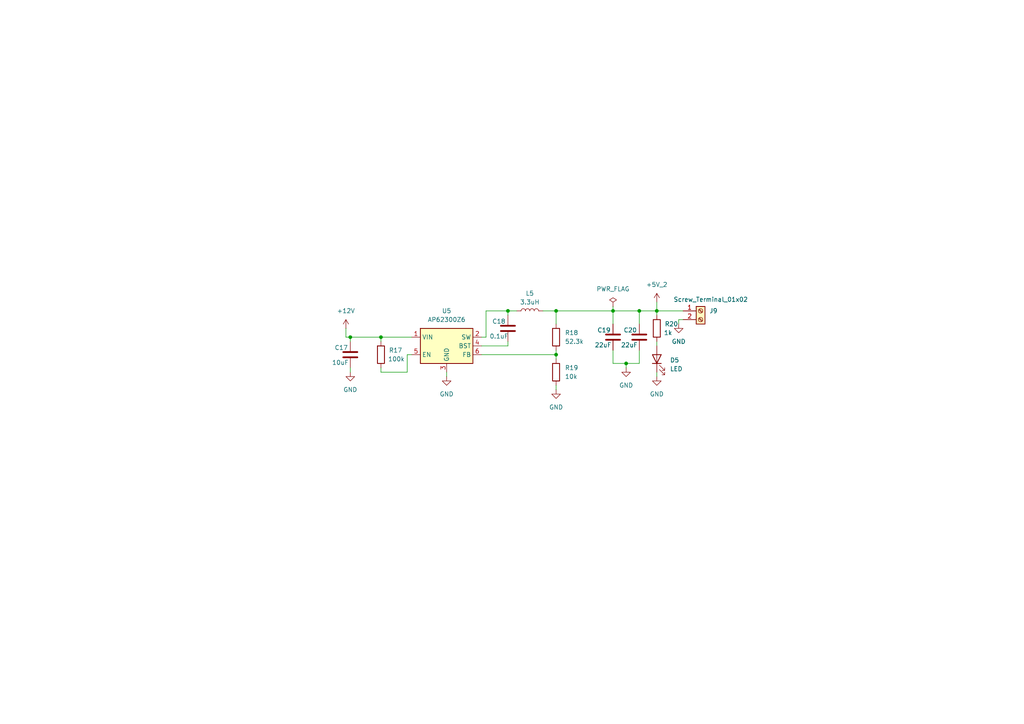
<source format=kicad_sch>
(kicad_sch (version 20231120) (generator "eeschema") (generator_version "8.0")
  (paper "A4")
  (lib_symbols
    (symbol "Connector:Screw_Terminal_01x02" (pin_names (offset 1.016) hide)
      (property "Reference" "J" (at 0 2.54 0))
      (property "Value" "Screw_Terminal_01x02" (at 0 -5.08 0))
      (symbol "Screw_Terminal_01x02_1_1"
        (rectangle (start -1.27 1.27) (end 1.27 -3.81) (stroke (width 0.254)) (fill (type background)))
        (circle (center 0 -2.54) (radius 0.635) (stroke (width 0.1524)))
        (polyline (pts (xy -0.5334 -2.2098) (xy 0.3302 -3.048)) (stroke (width 0.1524)))
        (polyline (pts (xy -0.5334 0.3302) (xy 0.3302 -0.508)) (stroke (width 0.1524)))
        (polyline (pts (xy -0.3556 -2.032) (xy 0.508 -2.8702)) (stroke (width 0.1524)))
        (polyline (pts (xy -0.3556 0.508) (xy 0.508 -0.3302)) (stroke (width 0.1524)))
        (circle (center 0 0) (radius 0.635) (stroke (width 0.1524)))
        (pin passive line (at -5.08 0 0) (length 3.81) (name "Pin_1") (number "1"))
        (pin passive line (at -5.08 -2.54 0) (length 3.81) (name "Pin_2") (number "2"))
      )
    )
    (symbol "Device:C" (pin_numbers hide) (pin_names (offset 0.254))
      (property "Reference" "C" (at 0.635 2.54 0))
      (property "Value" "C" (at 0.635 -2.54 0))
      (symbol "C_0_1"
        (polyline (pts (xy -2.032 -0.762) (xy 2.032 -0.762)) (stroke (width 0.508)))
        (polyline (pts (xy -2.032 0.762) (xy 2.032 0.762)) (stroke (width 0.508)))
      )
      (symbol "C_1_1"
        (pin passive line (at 0 3.81 270) (length 2.794) (name "~") (number "1"))
        (pin passive line (at 0 -3.81 90) (length 2.794) (name "~") (number "2"))
      )
    )
    (symbol "Device:L" (pin_numbers hide) (pin_names (offset 1.016) hide)
      (property "Reference" "L" (at -1.27 0 90))
      (property "Value" "L" (at 1.905 0 90))
      (symbol "L_0_1"
        (arc (start 0 -2.54) (mid 0.6323 -1.905) (end 0 -1.27))
        (arc (start 0 -1.27) (mid 0.6323 -0.635) (end 0 0))
        (arc (start 0 0) (mid 0.6323 0.635) (end 0 1.27))
        (arc (start 0 1.27) (mid 0.6323 1.905) (end 0 2.54))
      )
      (symbol "L_1_1"
        (pin passive line (at 0 3.81 270) (length 1.27) (name "1") (number "1"))
        (pin passive line (at 0 -3.81 90) (length 1.27) (name "2") (number "2"))
      )
    )
    (symbol "Device:LED" (pin_numbers hide) (pin_names (offset 1.016) hide)
      (property "Reference" "D" (at 0 2.54 0))
      (property "Value" "LED" (at 0 -2.54 0))
      (symbol "LED_0_1"
        (polyline (pts (xy -1.27 -1.27) (xy -1.27 1.27)) (stroke (width 0.254)))
        (polyline (pts (xy -1.27 0) (xy 1.27 0)))
        (polyline (pts (xy 1.27 -1.27) (xy 1.27 1.27) (xy -1.27 0) (xy 1.27 -1.27)) (stroke (width 0.254)))
        (polyline (pts (xy -3.048 -0.762) (xy -4.572 -2.286) (xy -3.81 -2.286) (xy -4.572 -2.286) (xy -4.572 -1.524)))
        (polyline (pts (xy -1.778 -0.762) (xy -3.302 -2.286) (xy -2.54 -2.286) (xy -3.302 -2.286) (xy -3.302 -1.524)))
      )
      (symbol "LED_1_1"
        (pin passive line (at -3.81 0 0) (length 2.54) (name "K") (number "1"))
        (pin passive line (at 3.81 0 180) (length 2.54) (name "A") (number "2"))
      )
    )
    (symbol "Device:R" (pin_numbers hide) (pin_names (offset 0))
      (property "Reference" "R" (at 2.032 0 90))
      (property "Value" "R" (at 0 0 90))
      (symbol "R_0_1"
        (rectangle (start -1.016 -2.54) (end 1.016 2.54) (stroke (width 0.254)))
      )
      (symbol "R_1_1"
        (pin passive line (at 0 3.81 270) (length 1.27) (name "~") (number "1"))
        (pin passive line (at 0 -3.81 90) (length 1.27) (name "~") (number "2"))
      )
    )
    (symbol "Regulator_Switching:AP62300Z6"
      (property "Reference" "U" (at -7.62 6.35 0))
      (property "Value" "AP62300Z6" (at 6.35 -6.35 0))
      (symbol "AP62300Z6_0_1"
        (rectangle (start -7.62 5.08) (end 7.62 -5.08) (stroke (width 0.254)) (fill (type background)))
      )
      (symbol "AP62300Z6_1_1"
        (pin power_in line (at -10.16 2.54 0) (length 2.54) (name "VIN") (number "1"))
        (pin output line (at 10.16 2.54 180) (length 2.54) (name "SW") (number "2"))
        (pin power_in line (at 0 -7.62 90) (length 2.54) (name "GND") (number "3"))
        (pin passive line (at 10.16 0 180) (length 2.54) (name "BST") (number "4"))
        (pin input line (at -10.16 -2.54 0) (length 2.54) (name "EN") (number "5"))
        (pin input line (at 10.16 -2.54 180) (length 2.54) (name "FB") (number "6"))
      )
    )
    (symbol "power:+12V" (power) (pin_numbers hide) (pin_names (offset 0) hide)
      (property "Value" "+12V" (at 0 3.556 0))
      (symbol "+12V_0_1"
        (polyline (pts (xy -0.762 1.27) (xy 0 2.54)))
        (polyline (pts (xy 0 0) (xy 0 2.54)))
        (polyline (pts (xy 0 2.54) (xy 0.762 1.27)))
      )
      (symbol "+12V_1_1"
        (pin power_in line (at 0 0 90) (length 0) (name "~") (number "1"))
      )
    )
    (symbol "power:+5V" (power) (pin_numbers hide) (pin_names (offset 0) hide)
      (property "Value" "+5V" (at 0 3.556 0))
      (symbol "+5V_0_1"
        (polyline (pts (xy -0.762 1.27) (xy 0 2.54)))
        (polyline (pts (xy 0 0) (xy 0 2.54)))
        (polyline (pts (xy 0 2.54) (xy 0.762 1.27)))
      )
      (symbol "+5V_1_1"
        (pin power_in line (at 0 0 90) (length 0) (name "~") (number "1"))
      )
    )
    (symbol "power:GND" (power) (pin_numbers hide) (pin_names (offset 0) hide)
      (property "Value" "GND" (at 0 -3.81 0))
      (symbol "GND_0_1"
        (polyline (pts (xy 0 0) (xy 0 -1.27) (xy 1.27 -1.27) (xy 0 -2.54) (xy -1.27 -1.27) (xy 0 -1.27)))
      )
      (symbol "GND_1_1"
        (pin power_in line (at 0 0 270) (length 0) (name "~") (number "1"))
      )
    )
    (symbol "power:PWR_FLAG" (power) (pin_numbers hide) (pin_names (offset 0) hide)
      (property "Value" "PWR_FLAG" (at 0 3.81 0))
      (symbol "PWR_FLAG_0_0"
        (pin power_out line (at 0 0 90) (length 0) (name "~") (number "1"))
      )
      (symbol "PWR_FLAG_0_1"
        (polyline (pts (xy 0 0) (xy 0 1.27) (xy -1.016 1.905) (xy 0 2.54) (xy 1.016 1.905) (xy 0 1.27)))
      )
    )
  )
  (junction (at 110.49 97.79))
  (junction (at 177.8 90.17))
  (junction (at 101.6 97.79))
  (junction (at 161.29 102.87))
  (junction (at 190.5 90.17))
  (junction (at 185.42 90.17))
  (junction (at 161.29 90.17))
  (junction (at 181.61 105.41))
  (junction (at 147.32 90.17))
  (wire (pts (xy 139.7 97.79) (xy 140.97 97.79)))
  (wire (pts (xy 157.48 90.17) (xy 161.29 90.17)))
  (wire (pts (xy 140.97 97.79) (xy 140.97 90.17)))
  (wire (pts (xy 177.8 101.6) (xy 177.8 105.41)))
  (wire (pts (xy 140.97 90.17) (xy 147.32 90.17)))
  (wire (pts (xy 129.54 107.95) (xy 129.54 109.22)))
  (wire (pts (xy 185.42 90.17) (xy 190.5 90.17)))
  (wire (pts (xy 177.8 90.17) (xy 177.8 93.98)))
  (wire (pts (xy 190.5 99.06) (xy 190.5 100.33)))
  (wire (pts (xy 110.49 97.79) (xy 110.49 99.06)))
  (wire (pts (xy 181.61 105.41) (xy 185.42 105.41)))
  (wire (pts (xy 190.5 91.44) (xy 190.5 90.17)))
  (wire (pts (xy 161.29 90.17) (xy 161.29 93.98)))
  (wire (pts (xy 177.8 90.17) (xy 185.42 90.17)))
  (wire (pts (xy 100.33 95.25) (xy 100.33 97.79)))
  (wire (pts (xy 101.6 97.79) (xy 110.49 97.79)))
  (wire (pts (xy 161.29 111.76) (xy 161.29 113.03)))
  (wire (pts (xy 161.29 90.17) (xy 177.8 90.17)))
  (wire (pts (xy 181.61 105.41) (xy 181.61 106.68)))
  (wire (pts (xy 139.7 100.33) (xy 147.32 100.33)))
  (wire (pts (xy 185.42 90.17) (xy 185.42 93.98)))
  (wire (pts (xy 110.49 107.95) (xy 118.11 107.95)))
  (wire (pts (xy 101.6 99.06) (xy 101.6 97.79)))
  (wire (pts (xy 110.49 106.68) (xy 110.49 107.95)))
  (wire (pts (xy 118.11 102.87) (xy 119.38 102.87)))
  (wire (pts (xy 110.49 97.79) (xy 119.38 97.79)))
  (wire (pts (xy 185.42 101.6) (xy 185.42 105.41)))
  (wire (pts (xy 190.5 87.63) (xy 190.5 90.17)))
  (wire (pts (xy 177.8 105.41) (xy 181.61 105.41)))
  (wire (pts (xy 177.8 88.9) (xy 177.8 90.17)))
  (wire (pts (xy 147.32 90.17) (xy 147.32 91.44)))
  (wire (pts (xy 196.85 92.71) (xy 196.85 93.98)))
  (wire (pts (xy 190.5 90.17) (xy 198.12 90.17)))
  (wire (pts (xy 139.7 102.87) (xy 161.29 102.87)))
  (wire (pts (xy 100.33 97.79) (xy 101.6 97.79)))
  (wire (pts (xy 161.29 101.6) (xy 161.29 102.87)))
  (wire (pts (xy 198.12 92.71) (xy 196.85 92.71)))
  (wire (pts (xy 147.32 90.17) (xy 149.86 90.17)))
  (wire (pts (xy 190.5 107.95) (xy 190.5 109.22)))
  (wire (pts (xy 147.32 100.33) (xy 147.32 99.06)))
  (wire (pts (xy 118.11 107.95) (xy 118.11 102.87)))
  (wire (pts (xy 101.6 106.68) (xy 101.6 107.95)))
  (wire (pts (xy 161.29 102.87) (xy 161.29 104.14)))
  (symbol (lib_id "Device:R") (at 110.49 102.87 0) (unit 1)
    (property "Reference" "R17" (at 112.776 101.6 0) (effects (justify left)))
    (property "Value" "100k" (at 112.522 104.14 0) (effects (justify left)))
    (property "Footprint" "Resistor_SMD:R_0603_1608Metric" (effects (hide yes)))
    (property "Description" "Resistor" (effects (hide yes)))
  )
  (symbol (lib_id "Device:R") (at 190.5 95.25 0) (unit 1)
    (property "Reference" "R20" (at 192.786 93.98 0) (effects (justify left)))
    (property "Value" "1k" (at 192.532 96.52 0) (effects (justify left)))
    (property "Footprint" "Resistor_SMD:R_0603_1608Metric" (effects (hide yes)))
    (property "Description" "Resistor" (effects (hide yes)))
  )
  (symbol (lib_id "power:GND") (at 181.61 106.68 0) (unit 1)
    (property "Reference" "#PWR045" (effects (hide yes)))
    (property "Value" "GND" (at 181.61 111.76 0))
    (property "Description" "Power symbol creates a global label with name \"GND\" , ground" (effects (hide yes)))
  )
  (symbol (lib_id "power:+5V") (at 190.5 87.63 0) (unit 1)
    (property "Reference" "#PWR046" (effects (hide yes)))
    (property "Value" "+5V_2" (at 190.5 82.55 0))
    (property "Description" "Power symbol creates a global label with name \"+5V\"" (effects (hide yes)))
  )
  (symbol (lib_id "Device:C") (at 101.6 102.87 0) (unit 1)
    (property "Reference" "C17" (at 97.028 100.838 0) (effects (justify left)))
    (property "Value" "10uF" (at 96.266 105.156 0) (effects (justify left)))
    (property "Footprint" "Capacitor_SMD:C_1206_3216Metric" (effects (hide yes)))
    (property "Description" "Unpolarized capacitor" (effects (hide yes)))
  )
  (symbol (lib_id "Regulator_Switching:AP62300Z6") (at 129.54 100.33 0) (unit 1)
    (property "Reference" "U5" (at 129.54 90.17 0))
    (property "Value" "AP62300Z6" (at 129.54 92.71 0))
    (property "Footprint" "Package_TO_SOT_SMD:SOT-563" (effects (hide yes)))
    (property "Datasheet" "https://www.diodes.com/assets/Datasheets/AP62300_AP62301_AP62300T.pdf" (effects (hide yes)))
    (property "Description" "3A, 1.3MHz Buck DC/DC Converter, adjustable output voltage, SOT-563" (effects (hide yes)))
  )
  (symbol (lib_id "power:GND") (at 190.5 109.22 0) (unit 1)
    (property "Reference" "#PWR047" (effects (hide yes)))
    (property "Value" "GND" (at 190.5 114.3 0))
    (property "Description" "Power symbol creates a global label with name \"GND\" , ground" (effects (hide yes)))
  )
  (symbol (lib_id "Device:C") (at 185.42 97.79 0) (unit 1)
    (property "Reference" "C20" (at 180.848 95.758 0) (effects (justify left)))
    (property "Value" "22uF" (at 180.086 100.076 0) (effects (justify left)))
    (property "Footprint" "Capacitor_SMD:C_1206_3216Metric" (effects (hide yes)))
    (property "Description" "Unpolarized capacitor" (effects (hide yes)))
  )
  (symbol (lib_id "power:GND") (at 196.85 93.98 0) (unit 1)
    (property "Reference" "#PWR048" (effects (hide yes)))
    (property "Value" "GND" (at 196.85 99.06 0))
    (property "Description" "Power symbol creates a global label with name \"GND\" , ground" (effects (hide yes)))
  )
  (symbol (lib_id "Connector:Screw_Terminal_01x02") (at 203.2 90.17 0) (unit 1)
    (property "Reference" "J9" (at 205.74 90.1699 0) (effects (justify left)))
    (property "Value" "Screw_Terminal_01x02" (at 195.326 86.868 0) (effects (justify left)))
    (property "Footprint" "TerminalBlock_4Ucon:TerminalBlock_4Ucon_1x02_P3.50mm_Vertical" (effects (hide yes)))
    (property "Description" "Generic screw terminal, single row, 01x02, script generated (kicad-library-utils/schlib/autogen/connector/)" (effects (hide yes)))
  )
  (symbol (lib_id "Device:C") (at 147.32 95.25 0) (unit 1)
    (property "Reference" "C18" (at 142.748 93.218 0) (effects (justify left)))
    (property "Value" "0.1uF" (at 141.986 97.536 0) (effects (justify left)))
    (property "Footprint" "Capacitor_SMD:C_0603_1608Metric" (effects (hide yes)))
    (property "Description" "Unpolarized capacitor" (effects (hide yes)))
  )
  (symbol (lib_id "Device:C") (at 177.8 97.79 0) (unit 1)
    (property "Reference" "C19" (at 173.228 95.758 0) (effects (justify left)))
    (property "Value" "22uF" (at 172.466 100.076 0) (effects (justify left)))
    (property "Footprint" "Capacitor_SMD:C_1206_3216Metric" (effects (hide yes)))
    (property "Description" "Unpolarized capacitor" (effects (hide yes)))
  )
  (symbol (lib_id "power:GND") (at 161.29 113.03 0) (unit 1)
    (property "Reference" "#PWR044" (effects (hide yes)))
    (property "Value" "GND" (at 161.29 118.11 0))
    (property "Description" "Power symbol creates a global label with name \"GND\" , ground" (effects (hide yes)))
  )
  (symbol (lib_id "Device:R") (at 161.29 107.95 0) (unit 1)
    (property "Reference" "R19" (at 163.83 106.6799 0) (effects (justify left)))
    (property "Value" "10k" (at 163.83 109.2199 0) (effects (justify left)))
    (property "Footprint" "Resistor_SMD:R_0603_1608Metric" (effects (hide yes)))
    (property "Description" "Resistor" (effects (hide yes)))
  )
  (symbol (lib_id "power:GND") (at 101.6 107.95 0) (unit 1)
    (property "Reference" "#PWR042" (effects (hide yes)))
    (property "Value" "GND" (at 101.6 113.03 0))
    (property "Description" "Power symbol creates a global label with name \"GND\" , ground" (effects (hide yes)))
  )
  (symbol (lib_id "Device:L") (at 153.67 90.17 90) (unit 1)
    (property "Reference" "L5" (at 153.67 85.09 90))
    (property "Value" "3.3uH" (at 153.67 87.63 90))
    (property "Footprint" "Inductor_SMD:L_TDK_VLS6045EX_VLS6045AF" (effects (hide yes)))
    (property "Description" "Inductor" (effects (hide yes)))
  )
  (symbol (lib_id "Device:R") (at 161.29 97.79 0) (unit 1)
    (property "Reference" "R18" (at 163.83 96.5199 0) (effects (justify left)))
    (property "Value" "52.3k" (at 163.83 99.0599 0) (effects (justify left)))
    (property "Footprint" "Resistor_SMD:R_0603_1608Metric" (effects (hide yes)))
    (property "Description" "Resistor" (effects (hide yes)))
  )
  (symbol (lib_id "power:+12V") (at 100.33 95.25 0) (unit 1)
    (property "Reference" "#PWR041" (effects (hide yes)))
    (property "Value" "+12V" (at 100.33 90.17 0))
    (property "Description" "Power symbol creates a global label with name \"+12V\"" (effects (hide yes)))
  )
  (symbol (lib_id "power:PWR_FLAG") (at 177.8 88.9 0) (unit 1)
    (property "Reference" "#FLG05" (effects (hide yes)))
    (property "Value" "PWR_FLAG" (at 177.8 83.82 0))
    (property "Description" "Special symbol for telling ERC where power comes from" (effects (hide yes)))
  )
  (symbol (lib_id "Device:LED") (at 190.5 104.14 90) (unit 1)
    (property "Reference" "D5" (at 194.31 104.4574 90) (effects (justify right)))
    (property "Value" "LED" (at 194.31 106.9974 90) (effects (justify right)))
    (property "Footprint" "LED_SMD:LED_0603_1608Metric" (effects (hide yes)))
    (property "Description" "Light emitting diode" (effects (hide yes)))
  )
  (symbol (lib_id "power:GND") (at 129.54 109.22 0) (unit 1)
    (property "Reference" "#PWR043" (effects (hide yes)))
    (property "Value" "GND" (at 129.54 114.3 0))
    (property "Description" "Power symbol creates a global label with name \"GND\" , ground" (effects (hide yes)))
  )
)
</source>
